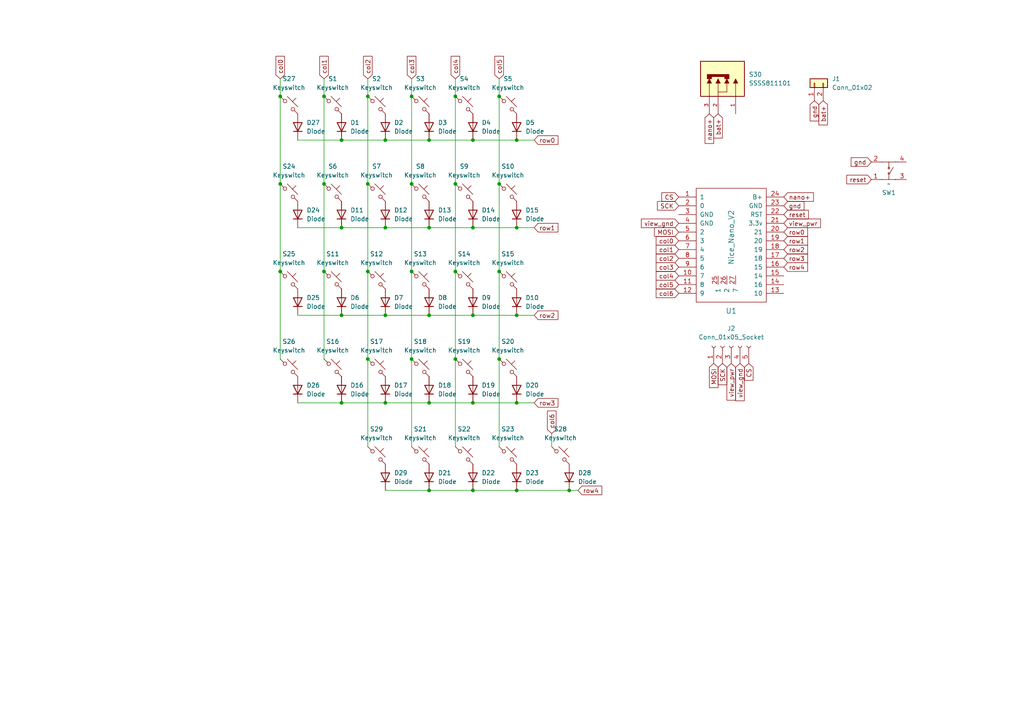
<source format=kicad_sch>
(kicad_sch (version 20231120) (generator "eeschema") (generator_version "8.0")
  (paper "A4")
  (lib_symbols
    (symbol "Connector:Conn_01x05_Socket" (pin_names (offset 1.016) hide)
      (property "Reference" "J" (at 0 7.62 0))
      (property "Value" "Conn_01x05_Socket" (at 0 -7.62 0))
      (symbol "Conn_01x05_Socket_1_1"
        (arc (start 0 -4.572) (mid -0.5058 -5.08) (end 0 -5.588) (stroke (width 0.1524)))
        (arc (start 0 -2.032) (mid -0.5058 -2.54) (end 0 -3.048) (stroke (width 0.1524)))
        (polyline (pts (xy -1.27 -5.08) (xy -0.508 -5.08)) (stroke (width 0.1524)))
        (polyline (pts (xy -1.27 -2.54) (xy -0.508 -2.54)) (stroke (width 0.1524)))
        (polyline (pts (xy -1.27 0) (xy -0.508 0)) (stroke (width 0.1524)))
        (polyline (pts (xy -1.27 2.54) (xy -0.508 2.54)) (stroke (width 0.1524)))
        (polyline (pts (xy -1.27 5.08) (xy -0.508 5.08)) (stroke (width 0.1524)))
        (arc (start 0 0.508) (mid -0.5058 0) (end 0 -0.508) (stroke (width 0.1524)))
        (arc (start 0 3.048) (mid -0.5058 2.54) (end 0 2.032) (stroke (width 0.1524)))
        (arc (start 0 5.588) (mid -0.5058 5.08) (end 0 4.572) (stroke (width 0.1524)))
        (pin passive line (at -5.08 5.08 0) (length 3.81) (name "Pin_1") (number "1"))
        (pin passive line (at -5.08 2.54 0) (length 3.81) (name "Pin_2") (number "2"))
        (pin passive line (at -5.08 0 0) (length 3.81) (name "Pin_3") (number "3"))
        (pin passive line (at -5.08 -2.54 0) (length 3.81) (name "Pin_4") (number "4"))
        (pin passive line (at -5.08 -5.08 0) (length 3.81) (name "Pin_5") (number "5"))
      )
    )
    (symbol "Connector_Generic:Conn_01x02" (pin_names (offset 1.016) hide)
      (property "Reference" "J" (at 0 2.54 0))
      (property "Value" "Conn_01x02" (at 0 -5.08 0))
      (symbol "Conn_01x02_1_1"
        (rectangle (start -1.27 -2.413) (end 0 -2.667) (stroke (width 0.1524)))
        (rectangle (start -1.27 0.127) (end 0 -0.127) (stroke (width 0.1524)))
        (rectangle (start -1.27 1.27) (end 1.27 -3.81) (stroke (width 0.254)) (fill (type background)))
        (pin passive line (at -5.08 0 0) (length 3.81) (name "Pin_1") (number "1"))
        (pin passive line (at -5.08 -2.54 0) (length 3.81) (name "Pin_2") (number "2"))
      )
    )
    (symbol "EVQPUC02K:EVQPUC02K"
      (property "Reference" "SW" (at 0 0 0))
      (symbol "EVQPUC02K_1_0"
        (circle (center 0 -0.762) (radius 0.254))
        (polyline (pts (xy -2.54 -2.54) (xy 2.54 -2.54)))
        (polyline (pts (xy -2.54 2.54) (xy 2.54 2.54)))
        (polyline (pts (xy -1.27 -1.016) (xy -0.254 0.762)))
        (polyline (pts (xy 0 -2.54) (xy 0 -1.524)))
        (polyline (pts (xy 0 -1.524) (xy 0 -0.762)))
        (polyline (pts (xy 0 2.54) (xy 0 0.762)))
        (circle (center 0 0.762) (radius 0.254))
        (pin input line (at 5.08 2.54 180) (length 2.54) (name "1") (number "1"))
        (pin input line (at 5.08 -2.54 180) (length 2.54) (name "2") (number "2"))
        (pin input line (at -5.08 2.54 0) (length 2.54) (name "3") (number "3"))
        (pin input line (at -5.08 -2.54 0) (length 2.54) (name "4") (number "4"))
      )
    )
    (symbol "SSSS811101:SSSS811101" (pin_names (offset 1.016))
      (property "Reference" "S" (at -5.08 5.715 0))
      (property "Value" "SSSS811101" (at -5.08 -10.16 0))
      (symbol "SSSS811101_0_0"
        (rectangle (start -5.08 -7.62) (end 5.08 5.08) (stroke (width 0.254)) (fill (type background)))
        (polyline (pts (xy 3.81 -2.54) (xy 1.27 -2.54)) (stroke (width 0.1524)))
        (polyline (pts (xy 3.81 0) (xy 1.27 0)) (stroke (width 0.1524)))
        (polyline (pts (xy 3.81 0) (xy 3.81 -2.54)) (stroke (width 0.1524)))
        (polyline (pts (xy 5.08 -5.08) (xy 1.27 -5.08)) (stroke (width 0.1524)))
        (polyline (pts (xy 5.08 -2.54) (xy 3.81 -2.54)) (stroke (width 0.1524)))
        (polyline (pts (xy 5.08 2.54) (xy 1.27 2.54)) (stroke (width 0.1524)))
        (polyline (pts (xy 1.27 -5.715) (xy 1.27 -4.445) (xy 0 -5.08) (xy 1.27 -5.715)) (stroke (width 0.1524)) (fill (type outline)))
        (polyline (pts (xy 1.27 -3.175) (xy 1.27 -1.905) (xy 0 -2.54) (xy 1.27 -3.175)) (stroke (width 0.1524)) (fill (type outline)))
        (polyline (pts (xy 1.27 -0.635) (xy 1.27 0.635) (xy 0 0) (xy 1.27 -0.635)) (stroke (width 0.1524)) (fill (type outline)))
        (polyline (pts (xy 1.27 1.905) (xy 1.27 3.175) (xy 0 2.54) (xy 1.27 1.905)) (stroke (width 0.1524)) (fill (type outline)))
        (polyline (pts (xy 0 -4.445) (xy 0 -5.715) (xy -1.27 -5.715) (xy -1.27 0.635) (xy 0 0.635) (xy 0 -0.635) (xy -0.635 -0.635) (xy -0.635 -4.445) (xy 0 -4.445)) (stroke (width 0.1524)) (fill (type outline)))
        (pin passive line (at 10.16 2.54 180) (length 5.08) (name "~") (number "1"))
        (pin passive line (at 10.16 -2.54 180) (length 5.08) (name "~") (number "2"))
        (pin passive line (at 10.16 -5.08 180) (length 5.08) (name "~") (number "3"))
      )
    )
    (symbol "ScottoKeebs:MCU_Nice_Nano_V2" (pin_names (offset 1.016))
      (property "Reference" "U" (at 0 0 0))
      (property "Value" "Nice_Nano_V2" (at 0 -19.05 0))
      (symbol "MCU_Nice_Nano_V2_0_1"
        (rectangle (start -10.16 16.51) (end 10.16 -16.51))
      )
      (symbol "MCU_Nice_Nano_V2_1_1"
        (pin input line (at -15.24 13.97 0) (length 5.08) (name "1") (number "1"))
        (pin input line (at -15.24 -8.89 0) (length 5.08) (name "7") (number "10"))
        (pin input line (at -15.24 -11.43 0) (length 5.08) (name "8") (number "11"))
        (pin input line (at -15.24 -13.97 0) (length 5.08) (name "9") (number "12"))
        (pin input line (at 15.24 -13.97 180) (length 5.08) (name "10") (number "13"))
        (pin input line (at 15.24 -11.43 180) (length 5.08) (name "16") (number "14"))
        (pin input line (at 15.24 -8.89 180) (length 5.08) (name "14") (number "15"))
        (pin input line (at 15.24 -6.35 180) (length 5.08) (name "15") (number "16"))
        (pin input line (at 15.24 -3.81 180) (length 5.08) (name "18") (number "17"))
        (pin input line (at 15.24 -1.27 180) (length 5.08) (name "19") (number "18"))
        (pin input line (at 15.24 1.27 180) (length 5.08) (name "20") (number "19"))
        (pin input line (at -15.24 11.43 0) (length 5.08) (name "0") (number "2"))
        (pin input line (at 15.24 3.81 180) (length 5.08) (name "21") (number "20"))
        (pin input line (at 15.24 6.35 180) (length 5.08) (name "3.3v") (number "21"))
        (pin input line (at 15.24 8.89 180) (length 5.08) (name "RST") (number "22"))
        (pin input line (at 15.24 11.43 180) (length 5.08) (name "GND") (number "23"))
        (pin input line (at 15.24 13.97 180) (length 5.08) (name "B+") (number "24"))
        (pin input line (at -3.81 -8.89 270) (length 2.5) (name "1") (number "25"))
        (pin input line (at -1.27 -8.89 270) (length 2.5) (name "2") (number "26"))
        (pin input line (at 1.27 -8.89 270) (length 2.5) (name "7") (number "27"))
        (pin input line (at -15.24 8.89 0) (length 5.08) (name "GND") (number "3"))
        (pin input line (at -15.24 6.35 0) (length 5.08) (name "GND") (number "4"))
        (pin input line (at -15.24 3.81 0) (length 5.08) (name "2") (number "5"))
        (pin input line (at -15.24 1.27 0) (length 5.08) (name "3") (number "6"))
        (pin input line (at -15.24 -1.27 0) (length 5.08) (name "4") (number "7"))
        (pin input line (at -15.24 -3.81 0) (length 5.08) (name "5") (number "8"))
        (pin input line (at -15.24 -6.35 0) (length 5.08) (name "6") (number "9"))
      )
    )
    (symbol "ScottoKeebs:Placeholder_Diode" (pin_numbers hide) (pin_names hide)
      (property "Reference" "D" (at 0 2.54 0))
      (property "Value" "Diode" (at 0 -2.54 0))
      (symbol "Placeholder_Diode_0_1"
        (polyline (pts (xy -1.27 1.27) (xy -1.27 -1.27)) (stroke (width 0.254)))
        (polyline (pts (xy 1.27 0) (xy -1.27 0)))
        (polyline (pts (xy 1.27 1.27) (xy 1.27 -1.27) (xy -1.27 0) (xy 1.27 1.27)) (stroke (width 0.254)))
      )
      (symbol "Placeholder_Diode_1_1"
        (pin passive line (at -3.81 0 0) (length 2.54) (name "K") (number "1"))
        (pin passive line (at 3.81 0 180) (length 2.54) (name "A") (number "2"))
      )
    )
    (symbol "ScottoKeebs:Placeholder_Keyswitch" (pin_numbers hide) (pin_names (offset 1.016) hide)
      (property "Reference" "S" (at 3.048 1.016 0))
      (property "Value" "Keyswitch" (at 0 -3.81 0))
      (symbol "Placeholder_Keyswitch_0_1"
        (circle (center -1.1684 1.1684) (radius 0.508))
        (polyline (pts (xy -0.508 2.54) (xy 2.54 -0.508)))
        (polyline (pts (xy 1.016 1.016) (xy 2.032 2.032)))
        (polyline (pts (xy -2.54 2.54) (xy -1.524 1.524) (xy -1.524 1.524)))
        (polyline (pts (xy 1.524 -1.524) (xy 2.54 -2.54) (xy 2.54 -2.54) (xy 2.54 -2.54)))
        (circle (center 1.143 -1.1938) (radius 0.508))
        (pin passive line (at -2.54 2.54 0) (length 0) (name "1") (number "1"))
        (pin passive line (at 2.54 -2.54 180) (length 0) (name "2") (number "2"))
      )
    )
  )
  (junction (at 93.98 27.94))
  (junction (at 124.46 142.24))
  (junction (at 106.68 104.14))
  (junction (at 132.08 27.94))
  (junction (at 124.46 91.44))
  (junction (at 99.06 116.84))
  (junction (at 119.38 53.34))
  (junction (at 149.86 116.84))
  (junction (at 81.28 53.34))
  (junction (at 124.46 40.64))
  (junction (at 111.76 66.04))
  (junction (at 144.78 53.34))
  (junction (at 132.08 104.14))
  (junction (at 106.68 27.94))
  (junction (at 165.1 142.24))
  (junction (at 124.46 66.04))
  (junction (at 149.86 66.04))
  (junction (at 137.16 116.84))
  (junction (at 137.16 40.64))
  (junction (at 132.08 78.74))
  (junction (at 132.08 53.34))
  (junction (at 111.76 91.44))
  (junction (at 124.46 116.84))
  (junction (at 149.86 142.24))
  (junction (at 119.38 104.14))
  (junction (at 99.06 66.04))
  (junction (at 137.16 91.44))
  (junction (at 137.16 142.24))
  (junction (at 144.78 27.94))
  (junction (at 119.38 27.94))
  (junction (at 111.76 40.64))
  (junction (at 119.38 78.74))
  (junction (at 81.28 78.74))
  (junction (at 106.68 53.34))
  (junction (at 111.76 116.84))
  (junction (at 99.06 91.44))
  (junction (at 93.98 78.74))
  (junction (at 93.98 53.34))
  (junction (at 149.86 40.64))
  (junction (at 144.78 78.74))
  (junction (at 99.06 40.64))
  (junction (at 106.68 78.74))
  (junction (at 149.86 91.44))
  (junction (at 81.28 27.94))
  (junction (at 137.16 66.04))
  (junction (at 144.78 104.14))
  (wire (pts (xy 106.68 53.34) (xy 106.68 78.74)))
  (wire (pts (xy 144.78 22.86) (xy 144.78 27.94)))
  (wire (pts (xy 106.68 78.74) (xy 106.68 104.14)))
  (wire (pts (xy 132.08 27.94) (xy 132.08 53.34)))
  (wire (pts (xy 124.46 142.24) (xy 137.16 142.24)))
  (wire (pts (xy 119.38 104.14) (xy 119.38 129.54)))
  (wire (pts (xy 111.76 66.04) (xy 124.46 66.04)))
  (wire (pts (xy 99.06 91.44) (xy 111.76 91.44)))
  (wire (pts (xy 149.86 66.04) (xy 154.94 66.04)))
  (wire (pts (xy 132.08 22.86) (xy 132.08 27.94)))
  (wire (pts (xy 124.46 66.04) (xy 137.16 66.04)))
  (wire (pts (xy 132.08 53.34) (xy 132.08 78.74)))
  (wire (pts (xy 132.08 78.74) (xy 132.08 104.14)))
  (wire (pts (xy 111.76 91.44) (xy 124.46 91.44)))
  (wire (pts (xy 93.98 53.34) (xy 93.98 78.74)))
  (wire (pts (xy 86.36 116.84) (xy 99.06 116.84)))
  (wire (pts (xy 144.78 78.74) (xy 144.78 104.14)))
  (wire (pts (xy 106.68 27.94) (xy 106.68 53.34)))
  (wire (pts (xy 81.28 22.86) (xy 81.28 27.94)))
  (wire (pts (xy 106.68 22.86) (xy 106.68 27.94)))
  (wire (pts (xy 165.1 142.24) (xy 167.64 142.24)))
  (wire (pts (xy 149.86 116.84) (xy 154.94 116.84)))
  (wire (pts (xy 86.36 40.64) (xy 99.06 40.64)))
  (wire (pts (xy 124.46 116.84) (xy 137.16 116.84)))
  (wire (pts (xy 119.38 53.34) (xy 119.38 78.74)))
  (wire (pts (xy 124.46 91.44) (xy 137.16 91.44)))
  (wire (pts (xy 106.68 104.14) (xy 106.68 129.54)))
  (wire (pts (xy 111.76 142.24) (xy 124.46 142.24)))
  (wire (pts (xy 81.28 78.74) (xy 81.28 104.14)))
  (wire (pts (xy 149.86 91.44) (xy 154.94 91.44)))
  (wire (pts (xy 137.16 116.84) (xy 149.86 116.84)))
  (wire (pts (xy 93.98 78.74) (xy 93.98 104.14)))
  (wire (pts (xy 144.78 53.34) (xy 144.78 78.74)))
  (wire (pts (xy 99.06 116.84) (xy 111.76 116.84)))
  (wire (pts (xy 149.86 142.24) (xy 165.1 142.24)))
  (wire (pts (xy 144.78 104.14) (xy 144.78 129.54)))
  (wire (pts (xy 119.38 22.86) (xy 119.38 27.94)))
  (wire (pts (xy 137.16 91.44) (xy 149.86 91.44)))
  (wire (pts (xy 99.06 66.04) (xy 111.76 66.04)))
  (wire (pts (xy 93.98 27.94) (xy 93.98 53.34)))
  (wire (pts (xy 160.02 125.73) (xy 160.02 129.54)))
  (wire (pts (xy 124.46 40.64) (xy 137.16 40.64)))
  (wire (pts (xy 119.38 78.74) (xy 119.38 104.14)))
  (wire (pts (xy 93.98 22.86) (xy 93.98 27.94)))
  (wire (pts (xy 119.38 27.94) (xy 119.38 53.34)))
  (wire (pts (xy 149.86 40.64) (xy 154.94 40.64)))
  (wire (pts (xy 99.06 40.64) (xy 111.76 40.64)))
  (wire (pts (xy 86.36 66.04) (xy 99.06 66.04)))
  (wire (pts (xy 81.28 27.94) (xy 81.28 53.34)))
  (wire (pts (xy 137.16 40.64) (xy 149.86 40.64)))
  (wire (pts (xy 144.78 27.94) (xy 144.78 53.34)))
  (wire (pts (xy 111.76 116.84) (xy 124.46 116.84)))
  (wire (pts (xy 137.16 66.04) (xy 149.86 66.04)))
  (wire (pts (xy 137.16 142.24) (xy 149.86 142.24)))
  (wire (pts (xy 81.28 53.34) (xy 81.28 78.74)))
  (wire (pts (xy 86.36 91.44) (xy 99.06 91.44)))
  (wire (pts (xy 132.08 104.14) (xy 132.08 129.54)))
  (wire (pts (xy 111.76 40.64) (xy 124.46 40.64)))
  (global_label "gnd" (shape input) (at 252.73 46.99 180) (property "Intersheetrefs" "${INTERSHEET_REFS}" (effects (hide yes))))
  (global_label "row0" (shape input) (at 154.94 40.64 0) (property "Intersheetrefs" "${INTERSHEET_REFS}" (effects (hide yes))))
  (global_label "row3" (shape input) (at 154.94 116.84 0) (property "Intersheetrefs" "${INTERSHEET_REFS}" (effects (hide yes))))
  (global_label "nano+" (shape input) (at 227.33 57.15 0) (property "Intersheetrefs" "${INTERSHEET_REFS}" (effects (hide yes))))
  (global_label "gnd" (shape input) (at 236.22 29.21 270) (property "Intersheetrefs" "${INTERSHEET_REFS}" (effects (hide yes))))
  (global_label "row4" (shape input) (at 167.64 142.24 0) (property "Intersheetrefs" "${INTERSHEET_REFS}" (effects (hide yes))))
  (global_label "col6" (shape input) (at 196.85 85.09 180) (property "Intersheetrefs" "${INTERSHEET_REFS}" (effects (hide yes))))
  (global_label "CS" (shape input) (at 196.85 57.15 180) (property "Intersheetrefs" "${INTERSHEET_REFS}" (effects (hide yes))))
  (global_label "col4" (shape input) (at 132.08 22.86 90) (property "Intersheetrefs" "${INTERSHEET_REFS}" (effects (hide yes))))
  (global_label "view_gnd" (shape input) (at 196.85 64.77 180) (property "Intersheetrefs" "${INTERSHEET_REFS}" (effects (hide yes))))
  (global_label "col5" (shape input) (at 196.85 82.55 180) (property "Intersheetrefs" "${INTERSHEET_REFS}" (effects (hide yes))))
  (global_label "row1" (shape input) (at 154.94 66.04 0) (property "Intersheetrefs" "${INTERSHEET_REFS}" (effects (hide yes))))
  (global_label "col3" (shape input) (at 119.38 22.86 90) (property "Intersheetrefs" "${INTERSHEET_REFS}" (effects (hide yes))))
  (global_label "row3" (shape input) (at 227.33 74.93 0) (property "Intersheetrefs" "${INTERSHEET_REFS}" (effects (hide yes))))
  (global_label "col6" (shape input) (at 160.02 125.73 90) (property "Intersheetrefs" "${INTERSHEET_REFS}" (effects (hide yes))))
  (global_label "view_gnd" (shape input) (at 214.63 105.41 270) (property "Intersheetrefs" "${INTERSHEET_REFS}" (effects (hide yes))))
  (global_label "col1" (shape input) (at 196.85 72.39 180) (property "Intersheetrefs" "${INTERSHEET_REFS}" (effects (hide yes))))
  (global_label "view_pwr" (shape input) (at 212.09 105.41 270) (property "Intersheetrefs" "${INTERSHEET_REFS}" (effects (hide yes))))
  (global_label "row2" (shape input) (at 154.94 91.44 0) (property "Intersheetrefs" "${INTERSHEET_REFS}" (effects (hide yes))))
  (global_label "SCK" (shape input) (at 209.55 105.41 270) (property "Intersheetrefs" "${INTERSHEET_REFS}" (effects (hide yes))))
  (global_label "CS" (shape input) (at 217.17 105.41 270) (property "Intersheetrefs" "${INTERSHEET_REFS}" (effects (hide yes))))
  (global_label "col2" (shape input) (at 106.68 22.86 90) (property "Intersheetrefs" "${INTERSHEET_REFS}" (effects (hide yes))))
  (global_label "SCK" (shape input) (at 196.85 59.69 180) (property "Intersheetrefs" "${INTERSHEET_REFS}" (effects (hide yes))))
  (global_label "row1" (shape input) (at 227.33 69.85 0) (property "Intersheetrefs" "${INTERSHEET_REFS}" (effects (hide yes))))
  (global_label "bat+" (shape input) (at 238.76 29.21 270) (property "Intersheetrefs" "${INTERSHEET_REFS}" (effects (hide yes))))
  (global_label "MOSI" (shape input) (at 196.85 67.31 180) (property "Intersheetrefs" "${INTERSHEET_REFS}" (effects (hide yes))))
  (global_label "bat+" (shape input) (at 208.28 33.02 270) (property "Intersheetrefs" "${INTERSHEET_REFS}" (effects (hide yes))))
  (global_label "row0" (shape input) (at 227.33 67.31 0) (property "Intersheetrefs" "${INTERSHEET_REFS}" (effects (hide yes))))
  (global_label "col2" (shape input) (at 196.85 74.93 180) (property "Intersheetrefs" "${INTERSHEET_REFS}" (effects (hide yes))))
  (global_label "row4" (shape input) (at 227.33 77.47 0) (property "Intersheetrefs" "${INTERSHEET_REFS}" (effects (hide yes))))
  (global_label "col4" (shape input) (at 196.85 80.01 180) (property "Intersheetrefs" "${INTERSHEET_REFS}" (effects (hide yes))))
  (global_label "view_pwr" (shape input) (at 227.33 64.77 0) (property "Intersheetrefs" "${INTERSHEET_REFS}" (effects (hide yes))))
  (global_label "MOSI" (shape input) (at 207.01 105.41 270) (property "Intersheetrefs" "${INTERSHEET_REFS}" (effects (hide yes))))
  (global_label "col1" (shape input) (at 93.98 22.86 90) (property "Intersheetrefs" "${INTERSHEET_REFS}" (effects (hide yes))))
  (global_label "gnd" (shape input) (at 227.33 59.69 0) (property "Intersheetrefs" "${INTERSHEET_REFS}" (effects (hide yes))))
  (global_label "col3" (shape input) (at 196.85 77.47 180) (property "Intersheetrefs" "${INTERSHEET_REFS}" (effects (hide yes))))
  (global_label "reset" (shape input) (at 252.73 52.07 180) (property "Intersheetrefs" "${INTERSHEET_REFS}" (effects (hide yes))))
  (global_label "col0" (shape input) (at 196.85 69.85 180) (property "Intersheetrefs" "${INTERSHEET_REFS}" (effects (hide yes))))
  (global_label "col5" (shape input) (at 144.78 22.86 90) (property "Intersheetrefs" "${INTERSHEET_REFS}" (effects (hide yes))))
  (global_label "row2" (shape input) (at 227.33 72.39 0) (property "Intersheetrefs" "${INTERSHEET_REFS}" (effects (hide yes))))
  (global_label "reset" (shape input) (at 227.33 62.23 0) (property "Intersheetrefs" "${INTERSHEET_REFS}" (effects (hide yes))))
  (global_label "nano+" (shape input) (at 205.74 33.02 270) (property "Intersheetrefs" "${INTERSHEET_REFS}" (effects (hide yes))))
  (global_label "col0" (shape input) (at 81.28 22.86 90) (property "Intersheetrefs" "${INTERSHEET_REFS}" (effects (hide yes))))
  (symbol (lib_id "ScottoKeebs:Placeholder_Diode") (at 137.16 62.23 90) (unit 1)
    (property "Reference" "D14" (at 139.7 60.9599 90) (effects (justify right)))
    (property "Value" "Diode" (at 139.7 63.4999 90) (effects (justify right)))
    (property "Footprint" "ScottoKeebs_Components:Diode_SOD-123" (effects (hide yes)))
    (property "Description" "1N4148 (DO-35) or 1N4148W (SOD-123)" (effects (hide yes)))
    (property "Sim.Device" "D" (effects (hide yes)))
    (property "Sim.Pins" "1=K 2=A" (effects (hide yes)))
  )
  (symbol (lib_id "ScottoKeebs:Placeholder_Keyswitch") (at 121.92 132.08 0) (unit 1)
    (property "Reference" "S21" (at 121.92 124.46 0))
    (property "Value" "Keyswitch" (at 121.92 127 0))
    (property "Footprint" "ScottoKeebs_Choc:Choc_V1_1.00u" (effects (hide yes)))
    (property "Description" "Push button switch, normally open, two pins, 45° tilted" (effects (hide yes)))
  )
  (symbol (lib_id "ScottoKeebs:Placeholder_Diode") (at 111.76 87.63 90) (unit 1)
    (property "Reference" "D7" (at 114.3 86.3599 90) (effects (justify right)))
    (property "Value" "Diode" (at 114.3 88.8999 90) (effects (justify right)))
    (property "Footprint" "ScottoKeebs_Components:Diode_SOD-123" (effects (hide yes)))
    (property "Description" "1N4148 (DO-35) or 1N4148W (SOD-123)" (effects (hide yes)))
    (property "Sim.Device" "D" (effects (hide yes)))
    (property "Sim.Pins" "1=K 2=A" (effects (hide yes)))
  )
  (symbol (lib_id "ScottoKeebs:Placeholder_Keyswitch") (at 134.62 30.48 0) (unit 1)
    (property "Reference" "S4" (at 134.62 22.86 0))
    (property "Value" "Keyswitch" (at 134.62 25.4 0))
    (property "Footprint" "ScottoKeebs_Choc:Choc_V1_1.00u" (effects (hide yes)))
    (property "Description" "Push button switch, normally open, two pins, 45° tilted" (effects (hide yes)))
  )
  (symbol (lib_id "Connector:Conn_01x05_Socket") (at 212.09 100.33 90) (unit 1)
    (property "Reference" "J2" (at 212.09 95.25 90))
    (property "Value" "Conn_01x05_Socket" (at 212.09 97.79 90))
    (property "Footprint" "Nice!View_THT:Nice!View" (effects (hide yes)))
    (property "Description" "Generic connector, single row, 01x05, script generated" (effects (hide yes)))
  )
  (symbol (lib_id "ScottoKeebs:Placeholder_Diode") (at 149.86 87.63 90) (unit 1)
    (property "Reference" "D10" (at 152.4 86.3599 90) (effects (justify right)))
    (property "Value" "Diode" (at 152.4 88.8999 90) (effects (justify right)))
    (property "Footprint" "ScottoKeebs_Components:Diode_SOD-123" (effects (hide yes)))
    (property "Description" "1N4148 (DO-35) or 1N4148W (SOD-123)" (effects (hide yes)))
    (property "Sim.Device" "D" (effects (hide yes)))
    (property "Sim.Pins" "1=K 2=A" (effects (hide yes)))
  )
  (symbol (lib_id "ScottoKeebs:Placeholder_Keyswitch") (at 83.82 30.48 0) (unit 1)
    (property "Reference" "S27" (at 83.82 22.86 0))
    (property "Value" "Keyswitch" (at 83.82 25.4 0))
    (property "Footprint" "ScottoKeebs_Choc:Choc_V1_1.00u" (effects (hide yes)))
    (property "Description" "Push button switch, normally open, two pins, 45° tilted" (effects (hide yes)))
  )
  (symbol (lib_id "ScottoKeebs:Placeholder_Keyswitch") (at 96.52 81.28 0) (unit 1)
    (property "Reference" "S11" (at 96.52 73.66 0))
    (property "Value" "Keyswitch" (at 96.52 76.2 0))
    (property "Footprint" "ScottoKeebs_Choc:Choc_V1_1.00u" (effects (hide yes)))
    (property "Description" "Push button switch, normally open, two pins, 45° tilted" (effects (hide yes)))
  )
  (symbol (lib_id "ScottoKeebs:Placeholder_Diode") (at 124.46 138.43 90) (unit 1)
    (property "Reference" "D21" (at 127 137.1599 90) (effects (justify right)))
    (property "Value" "Diode" (at 127 139.6999 90) (effects (justify right)))
    (property "Footprint" "ScottoKeebs_Components:Diode_SOD-123" (effects (hide yes)))
    (property "Description" "1N4148 (DO-35) or 1N4148W (SOD-123)" (effects (hide yes)))
    (property "Sim.Device" "D" (effects (hide yes)))
    (property "Sim.Pins" "1=K 2=A" (effects (hide yes)))
  )
  (symbol (lib_id "ScottoKeebs:Placeholder_Keyswitch") (at 96.52 106.68 0) (unit 1)
    (property "Reference" "S16" (at 96.52 99.06 0))
    (property "Value" "Keyswitch" (at 96.52 101.6 0))
    (property "Footprint" "ScottoKeebs_Choc:Choc_V1_1.00u" (effects (hide yes)))
    (property "Description" "Push button switch, normally open, two pins, 45° tilted" (effects (hide yes)))
  )
  (symbol (lib_id "SSSS811101:SSSS811101") (at 210.82 22.86 270) (unit 1)
    (property "Reference" "S30" (at 217.17 21.5899 90) (effects (justify left)))
    (property "Value" "SSSS811101" (at 217.17 24.1299 90) (effects (justify left)))
    (property "Footprint" "SSSS811101:SW_SSSS811101" (effects (hide yes)))
    (property "MF" "ALPS" (effects (hide yes)))
    (property "MAXIMUM_PACKAGE_HEIGHT" "1.60 mm" (effects (hide yes)))
    (property "Package" "None" (effects (hide yes)))
    (property "Price" "None" (effects (hide yes)))
    (property "Check_prices" "https://www.snapeda.com/parts/SSSS811101/ALPS/view-part/?ref=eda" (effects (hide yes)))
    (property "STANDARD" "Manufacturer Recommendations" (effects (hide yes)))
    (property "PARTREV" "N/A" (effects (hide yes)))
    (property "SnapEDA_Link" "https://www.snapeda.com/parts/SSSS811101/ALPS/view-part/?ref=snap" (effects (hide yes)))
    (property "MP" "SSSS811101" (effects (hide yes)))
    (property "Purchase-URL" "https://www.snapeda.com/api/url_track_click_mouser/?unipart_id=430970&manufacturer=ALPS&part_name=SSSS811101&search_term=None" (effects (hide yes)))
    (property "Description_1" "\n                        \n                            Switch Slide SP Side Slide 0.3A 5VDC 10000Cycles Gull Wing SMD T/R\n                        \n" (effects (hide yes)))
    (property "Availability" "In Stock" (effects (hide yes)))
    (property "MANUFACTURER" "ALPS" (effects (hide yes)))
  )
  (symbol (lib_id "ScottoKeebs:Placeholder_Diode") (at 111.76 36.83 90) (unit 1)
    (property "Reference" "D2" (at 114.3 35.5599 90) (effects (justify right)))
    (property "Value" "Diode" (at 114.3 38.0999 90) (effects (justify right)))
    (property "Footprint" "ScottoKeebs_Components:Diode_SOD-123" (effects (hide yes)))
    (property "Description" "1N4148 (DO-35) or 1N4148W (SOD-123)" (effects (hide yes)))
    (property "Sim.Device" "D" (effects (hide yes)))
    (property "Sim.Pins" "1=K 2=A" (effects (hide yes)))
  )
  (symbol (lib_id "ScottoKeebs:Placeholder_Diode") (at 86.36 113.03 90) (unit 1)
    (property "Reference" "D26" (at 88.9 111.7599 90) (effects (justify right)))
    (property "Value" "Diode" (at 88.9 114.2999 90) (effects (justify right)))
    (property "Footprint" "ScottoKeebs_Components:Diode_SOD-123" (effects (hide yes)))
    (property "Description" "1N4148 (DO-35) or 1N4148W (SOD-123)" (effects (hide yes)))
    (property "Sim.Device" "D" (effects (hide yes)))
    (property "Sim.Pins" "1=K 2=A" (effects (hide yes)))
  )
  (symbol (lib_id "ScottoKeebs:Placeholder_Keyswitch") (at 147.32 106.68 0) (unit 1)
    (property "Reference" "S20" (at 147.32 99.06 0))
    (property "Value" "Keyswitch" (at 147.32 101.6 0))
    (property "Footprint" "ScottoKeebs_Choc:Choc_V1_1.00u" (effects (hide yes)))
    (property "Description" "Push button switch, normally open, two pins, 45° tilted" (effects (hide yes)))
  )
  (symbol (lib_id "ScottoKeebs:Placeholder_Diode") (at 99.06 62.23 90) (unit 1)
    (property "Reference" "D11" (at 101.6 60.9599 90) (effects (justify right)))
    (property "Value" "Diode" (at 101.6 63.4999 90) (effects (justify right)))
    (property "Footprint" "ScottoKeebs_Components:Diode_SOD-123" (effects (hide yes)))
    (property "Description" "1N4148 (DO-35) or 1N4148W (SOD-123)" (effects (hide yes)))
    (property "Sim.Device" "D" (effects (hide yes)))
    (property "Sim.Pins" "1=K 2=A" (effects (hide yes)))
  )
  (symbol (lib_id "ScottoKeebs:Placeholder_Diode") (at 149.86 113.03 90) (unit 1)
    (property "Reference" "D20" (at 152.4 111.7599 90) (effects (justify right)))
    (property "Value" "Diode" (at 152.4 114.2999 90) (effects (justify right)))
    (property "Footprint" "ScottoKeebs_Components:Diode_SOD-123" (effects (hide yes)))
    (property "Description" "1N4148 (DO-35) or 1N4148W (SOD-123)" (effects (hide yes)))
    (property "Sim.Device" "D" (effects (hide yes)))
    (property "Sim.Pins" "1=K 2=A" (effects (hide yes)))
  )
  (symbol (lib_id "ScottoKeebs:Placeholder_Keyswitch") (at 109.22 106.68 0) (unit 1)
    (property "Reference" "S17" (at 109.22 99.06 0))
    (property "Value" "Keyswitch" (at 109.22 101.6 0))
    (property "Footprint" "ScottoKeebs_Choc:Choc_V1_1.00u" (effects (hide yes)))
    (property "Description" "Push button switch, normally open, two pins, 45° tilted" (effects (hide yes)))
  )
  (symbol (lib_id "Connector_Generic:Conn_01x02") (at 236.22 24.13 90) (unit 1)
    (property "Reference" "J1" (at 241.3 22.8599 90) (effects (justify right)))
    (property "Value" "Conn_01x02" (at 241.3 25.3999 90) (effects (justify right)))
    (property "Footprint" "Connector_JST:JST_PH_S2B-PH-K_1x02_P2.00mm_Horizontal" (effects (hide yes)))
    (property "Description" "Generic connector, single row, 01x02, script generated (kicad-library-utils/schlib/autogen/connector/)" (effects (hide yes)))
  )
  (symbol (lib_id "ScottoKeebs:Placeholder_Keyswitch") (at 96.52 55.88 0) (unit 1)
    (property "Reference" "S6" (at 96.52 48.26 0))
    (property "Value" "Keyswitch" (at 96.52 50.8 0))
    (property "Footprint" "ScottoKeebs_Choc:Choc_V1_1.00u" (effects (hide yes)))
    (property "Description" "Push button switch, normally open, two pins, 45° tilted" (effects (hide yes)))
  )
  (symbol (lib_id "ScottoKeebs:Placeholder_Diode") (at 99.06 87.63 90) (unit 1)
    (property "Reference" "D6" (at 101.6 86.3599 90) (effects (justify right)))
    (property "Value" "Diode" (at 101.6 88.8999 90) (effects (justify right)))
    (property "Footprint" "ScottoKeebs_Components:Diode_SOD-123" (effects (hide yes)))
    (property "Description" "1N4148 (DO-35) or 1N4148W (SOD-123)" (effects (hide yes)))
    (property "Sim.Device" "D" (effects (hide yes)))
    (property "Sim.Pins" "1=K 2=A" (effects (hide yes)))
  )
  (symbol (lib_id "ScottoKeebs:Placeholder_Diode") (at 149.86 138.43 90) (unit 1)
    (property "Reference" "D23" (at 152.4 137.1599 90) (effects (justify right)))
    (property "Value" "Diode" (at 152.4 139.6999 90) (effects (justify right)))
    (property "Footprint" "ScottoKeebs_Components:Diode_SOD-123" (effects (hide yes)))
    (property "Description" "1N4148 (DO-35) or 1N4148W (SOD-123)" (effects (hide yes)))
    (property "Sim.Device" "D" (effects (hide yes)))
    (property "Sim.Pins" "1=K 2=A" (effects (hide yes)))
  )
  (symbol (lib_id "ScottoKeebs:Placeholder_Keyswitch") (at 147.32 132.08 0) (unit 1)
    (property "Reference" "S23" (at 147.32 124.46 0))
    (property "Value" "Keyswitch" (at 147.32 127 0))
    (property "Footprint" "ScottoKeebs_Choc:Choc_V1_1.00u" (effects (hide yes)))
    (property "Description" "Push button switch, normally open, two pins, 45° tilted" (effects (hide yes)))
  )
  (symbol (lib_id "ScottoKeebs:Placeholder_Keyswitch") (at 147.32 30.48 0) (unit 1)
    (property "Reference" "S5" (at 147.32 22.86 0))
    (property "Value" "Keyswitch" (at 147.32 25.4 0))
    (property "Footprint" "ScottoKeebs_Choc:Choc_V1_1.00u" (effects (hide yes)))
    (property "Description" "Push button switch, normally open, two pins, 45° tilted" (effects (hide yes)))
  )
  (symbol (lib_id "ScottoKeebs:Placeholder_Keyswitch") (at 147.32 55.88 0) (unit 1)
    (property "Reference" "S10" (at 147.32 48.26 0))
    (property "Value" "Keyswitch" (at 147.32 50.8 0))
    (property "Footprint" "ScottoKeebs_Choc:Choc_V1_1.00u" (effects (hide yes)))
    (property "Description" "Push button switch, normally open, two pins, 45° tilted" (effects (hide yes)))
  )
  (symbol (lib_id "ScottoKeebs:Placeholder_Keyswitch") (at 134.62 55.88 0) (unit 1)
    (property "Reference" "S9" (at 134.62 48.26 0))
    (property "Value" "Keyswitch" (at 134.62 50.8 0))
    (property "Footprint" "ScottoKeebs_Choc:Choc_V1_1.00u" (effects (hide yes)))
    (property "Description" "Push button switch, normally open, two pins, 45° tilted" (effects (hide yes)))
  )
  (symbol (lib_id "ScottoKeebs:Placeholder_Diode") (at 149.86 62.23 90) (unit 1)
    (property "Reference" "D15" (at 152.4 60.9599 90) (effects (justify right)))
    (property "Value" "Diode" (at 152.4 63.4999 90) (effects (justify right)))
    (property "Footprint" "ScottoKeebs_Components:Diode_SOD-123" (effects (hide yes)))
    (property "Description" "1N4148 (DO-35) or 1N4148W (SOD-123)" (effects (hide yes)))
    (property "Sim.Device" "D" (effects (hide yes)))
    (property "Sim.Pins" "1=K 2=A" (effects (hide yes)))
  )
  (symbol (lib_id "ScottoKeebs:Placeholder_Diode") (at 124.46 87.63 90) (unit 1)
    (property "Reference" "D8" (at 127 86.3599 90) (effects (justify right)))
    (property "Value" "Diode" (at 127 88.8999 90) (effects (justify right)))
    (property "Footprint" "ScottoKeebs_Components:Diode_SOD-123" (effects (hide yes)))
    (property "Description" "1N4148 (DO-35) or 1N4148W (SOD-123)" (effects (hide yes)))
    (property "Sim.Device" "D" (effects (hide yes)))
    (property "Sim.Pins" "1=K 2=A" (effects (hide yes)))
  )
  (symbol (lib_id "ScottoKeebs:Placeholder_Keyswitch") (at 83.82 81.28 0) (unit 1)
    (property "Reference" "S25" (at 83.82 73.66 0))
    (property "Value" "Keyswitch" (at 83.82 76.2 0))
    (property "Footprint" "ScottoKeebs_Choc:Choc_V1_1.00u" (effects (hide yes)))
    (property "Description" "Push button switch, normally open, two pins, 45° tilted" (effects (hide yes)))
  )
  (symbol (lib_id "ScottoKeebs:Placeholder_Diode") (at 137.16 87.63 90) (unit 1)
    (property "Reference" "D9" (at 139.7 86.3599 90) (effects (justify right)))
    (property "Value" "Diode" (at 139.7 88.8999 90) (effects (justify right)))
    (property "Footprint" "ScottoKeebs_Components:Diode_SOD-123" (effects (hide yes)))
    (property "Description" "1N4148 (DO-35) or 1N4148W (SOD-123)" (effects (hide yes)))
    (property "Sim.Device" "D" (effects (hide yes)))
    (property "Sim.Pins" "1=K 2=A" (effects (hide yes)))
  )
  (symbol (lib_id "ScottoKeebs:Placeholder_Keyswitch") (at 109.22 132.08 0) (unit 1)
    (property "Reference" "S29" (at 109.22 124.46 0))
    (property "Value" "Keyswitch" (at 109.22 127 0))
    (property "Footprint" "ScottoKeebs_Choc:Choc_V1_1.00u" (effects (hide yes)))
    (property "Description" "Push button switch, normally open, two pins, 45° tilted" (effects (hide yes)))
  )
  (symbol (lib_id "ScottoKeebs:Placeholder_Keyswitch") (at 121.92 30.48 0) (unit 1)
    (property "Reference" "S3" (at 121.92 22.86 0))
    (property "Value" "Keyswitch" (at 121.92 25.4 0))
    (property "Footprint" "ScottoKeebs_Choc:Choc_V1_1.00u" (effects (hide yes)))
    (property "Description" "Push button switch, normally open, two pins, 45° tilted" (effects (hide yes)))
  )
  (symbol (lib_id "ScottoKeebs:Placeholder_Diode") (at 111.76 62.23 90) (unit 1)
    (property "Reference" "D12" (at 114.3 60.9599 90) (effects (justify right)))
    (property "Value" "Diode" (at 114.3 63.4999 90) (effects (justify right)))
    (property "Footprint" "ScottoKeebs_Components:Diode_SOD-123" (effects (hide yes)))
    (property "Description" "1N4148 (DO-35) or 1N4148W (SOD-123)" (effects (hide yes)))
    (property "Sim.Device" "D" (effects (hide yes)))
    (property "Sim.Pins" "1=K 2=A" (effects (hide yes)))
  )
  (symbol (lib_id "ScottoKeebs:Placeholder_Diode") (at 99.06 113.03 90) (unit 1)
    (property "Reference" "D16" (at 101.6 111.7599 90) (effects (justify right)))
    (property "Value" "Diode" (at 101.6 114.2999 90) (effects (justify right)))
    (property "Footprint" "ScottoKeebs_Components:Diode_SOD-123" (effects (hide yes)))
    (property "Description" "1N4148 (DO-35) or 1N4148W (SOD-123)" (effects (hide yes)))
    (property "Sim.Device" "D" (effects (hide yes)))
    (property "Sim.Pins" "1=K 2=A" (effects (hide yes)))
  )
  (symbol (lib_id "ScottoKeebs:MCU_Nice_Nano_V2") (at 212.09 71.12 0) (unit 1)
    (property "Reference" "U1" (at 212.09 90.17 0) (effects (font (size 1.524 1.524))))
    (property "Value" "Nice_Nano_V2" (at 212.09 68.834 90) (effects (font (size 1.524 1.524))))
    (property "Footprint" "ScottoKeebs_MCU:Nice_Nano_V2" (effects (hide yes)))
  )
  (symbol (lib_id "ScottoKeebs:Placeholder_Keyswitch") (at 109.22 55.88 0) (unit 1)
    (property "Reference" "S7" (at 109.22 48.26 0))
    (property "Value" "Keyswitch" (at 109.22 50.8 0))
    (property "Footprint" "ScottoKeebs_Choc:Choc_V1_1.00u" (effects (hide yes)))
    (property "Description" "Push button switch, normally open, two pins, 45° tilted" (effects (hide yes)))
  )
  (symbol (lib_id "ScottoKeebs:Placeholder_Keyswitch") (at 121.92 81.28 0) (unit 1)
    (property "Reference" "S13" (at 121.92 73.66 0))
    (property "Value" "Keyswitch" (at 121.92 76.2 0))
    (property "Footprint" "ScottoKeebs_Choc:Choc_V1_1.00u" (effects (hide yes)))
    (property "Description" "Push button switch, normally open, two pins, 45° tilted" (effects (hide yes)))
  )
  (symbol (lib_id "ScottoKeebs:Placeholder_Diode") (at 86.36 62.23 90) (unit 1)
    (property "Reference" "D24" (at 88.9 60.9599 90) (effects (justify right)))
    (property "Value" "Diode" (at 88.9 63.4999 90) (effects (justify right)))
    (property "Footprint" "ScottoKeebs_Components:Diode_SOD-123" (effects (hide yes)))
    (property "Description" "1N4148 (DO-35) or 1N4148W (SOD-123)" (effects (hide yes)))
    (property "Sim.Device" "D" (effects (hide yes)))
    (property "Sim.Pins" "1=K 2=A" (effects (hide yes)))
  )
  (symbol (lib_id "ScottoKeebs:Placeholder_Keyswitch") (at 134.62 81.28 0) (unit 1)
    (property "Reference" "S14" (at 134.62 73.66 0))
    (property "Value" "Keyswitch" (at 134.62 76.2 0))
    (property "Footprint" "ScottoKeebs_Choc:Choc_V1_1.00u" (effects (hide yes)))
    (property "Description" "Push button switch, normally open, two pins, 45° tilted" (effects (hide yes)))
  )
  (symbol (lib_id "ScottoKeebs:Placeholder_Diode") (at 137.16 36.83 90) (unit 1)
    (property "Reference" "D4" (at 139.7 35.5599 90) (effects (justify right)))
    (property "Value" "Diode" (at 139.7 38.0999 90) (effects (justify right)))
    (property "Footprint" "ScottoKeebs_Components:Diode_SOD-123" (effects (hide yes)))
    (property "Description" "1N4148 (DO-35) or 1N4148W (SOD-123)" (effects (hide yes)))
    (property "Sim.Device" "D" (effects (hide yes)))
    (property "Sim.Pins" "1=K 2=A" (effects (hide yes)))
  )
  (symbol (lib_id "ScottoKeebs:Placeholder_Keyswitch") (at 109.22 30.48 0) (unit 1)
    (property "Reference" "S2" (at 109.22 22.86 0))
    (property "Value" "Keyswitch" (at 109.22 25.4 0))
    (property "Footprint" "ScottoKeebs_Choc:Choc_V1_1.00u" (effects (hide yes)))
    (property "Description" "Push button switch, normally open, two pins, 45° tilted" (effects (hide yes)))
  )
  (symbol (lib_id "ScottoKeebs:Placeholder_Diode") (at 165.1 138.43 90) (unit 1)
    (property "Reference" "D28" (at 167.64 137.1599 90) (effects (justify right)))
    (property "Value" "Diode" (at 167.64 139.6999 90) (effects (justify right)))
    (property "Footprint" "ScottoKeebs_Components:Diode_SOD-123" (effects (hide yes)))
    (property "Description" "1N4148 (DO-35) or 1N4148W (SOD-123)" (effects (hide yes)))
    (property "Sim.Device" "D" (effects (hide yes)))
    (property "Sim.Pins" "1=K 2=A" (effects (hide yes)))
  )
  (symbol (lib_id "ScottoKeebs:Placeholder_Diode") (at 111.76 113.03 90) (unit 1)
    (property "Reference" "D17" (at 114.3 111.7599 90) (effects (justify right)))
    (property "Value" "Diode" (at 114.3 114.2999 90) (effects (justify right)))
    (property "Footprint" "ScottoKeebs_Components:Diode_SOD-123" (effects (hide yes)))
    (property "Description" "1N4148 (DO-35) or 1N4148W (SOD-123)" (effects (hide yes)))
    (property "Sim.Device" "D" (effects (hide yes)))
    (property "Sim.Pins" "1=K 2=A" (effects (hide yes)))
  )
  (symbol (lib_id "ScottoKeebs:Placeholder_Diode") (at 111.76 138.43 90) (unit 1)
    (property "Reference" "D29" (at 114.3 137.1599 90) (effects (justify right)))
    (property "Value" "Diode" (at 114.3 139.6999 90) (effects (justify right)))
    (property "Footprint" "ScottoKeebs_Components:Diode_SOD-123" (effects (hide yes)))
    (property "Description" "1N4148 (DO-35) or 1N4148W (SOD-123)" (effects (hide yes)))
    (property "Sim.Device" "D" (effects (hide yes)))
    (property "Sim.Pins" "1=K 2=A" (effects (hide yes)))
  )
  (symbol (lib_id "ScottoKeebs:Placeholder_Diode") (at 149.86 36.83 90) (unit 1)
    (property "Reference" "D5" (at 152.4 35.5599 90) (effects (justify right)))
    (property "Value" "Diode" (at 152.4 38.0999 90) (effects (justify right)))
    (property "Footprint" "ScottoKeebs_Components:Diode_SOD-123" (effects (hide yes)))
    (property "Description" "1N4148 (DO-35) or 1N4148W (SOD-123)" (effects (hide yes)))
    (property "Sim.Device" "D" (effects (hide yes)))
    (property "Sim.Pins" "1=K 2=A" (effects (hide yes)))
  )
  (symbol (lib_id "ScottoKeebs:Placeholder_Keyswitch") (at 162.56 132.08 0) (unit 1)
    (property "Reference" "S28" (at 162.56 124.46 0))
    (property "Value" "Keyswitch" (at 162.56 127 0))
    (property "Footprint" "ScottoKeebs_Choc:Choc_V1_1.00u" (effects (hide yes)))
    (property "Description" "Push button switch, normally open, two pins, 45° tilted" (effects (hide yes)))
  )
  (symbol (lib_id "ScottoKeebs:Placeholder_Diode") (at 124.46 62.23 90) (unit 1)
    (property "Reference" "D13" (at 127 60.9599 90) (effects (justify right)))
    (property "Value" "Diode" (at 127 63.4999 90) (effects (justify right)))
    (property "Footprint" "ScottoKeebs_Components:Diode_SOD-123" (effects (hide yes)))
    (property "Description" "1N4148 (DO-35) or 1N4148W (SOD-123)" (effects (hide yes)))
    (property "Sim.Device" "D" (effects (hide yes)))
    (property "Sim.Pins" "1=K 2=A" (effects (hide yes)))
  )
  (symbol (lib_id "ScottoKeebs:Placeholder_Keyswitch") (at 121.92 106.68 0) (unit 1)
    (property "Reference" "S18" (at 121.92 99.06 0))
    (property "Value" "Keyswitch" (at 121.92 101.6 0))
    (property "Footprint" "ScottoKeebs_Choc:Choc_V1_1.00u" (effects (hide yes)))
    (property "Description" "Push button switch, normally open, two pins, 45° tilted" (effects (hide yes)))
  )
  (symbol (lib_id "ScottoKeebs:Placeholder_Diode") (at 124.46 36.83 90) (unit 1)
    (property "Reference" "D3" (at 127 35.5599 90) (effects (justify right)))
    (property "Value" "Diode" (at 127 38.0999 90) (effects (justify right)))
    (property "Footprint" "ScottoKeebs_Components:Diode_SOD-123" (effects (hide yes)))
    (property "Description" "1N4148 (DO-35) or 1N4148W (SOD-123)" (effects (hide yes)))
    (property "Sim.Device" "D" (effects (hide yes)))
    (property "Sim.Pins" "1=K 2=A" (effects (hide yes)))
  )
  (symbol (lib_id "ScottoKeebs:Placeholder_Keyswitch") (at 147.32 81.28 0) (unit 1)
    (property "Reference" "S15" (at 147.32 73.66 0))
    (property "Value" "Keyswitch" (at 147.32 76.2 0))
    (property "Footprint" "ScottoKeebs_Choc:Choc_V1_1.00u" (effects (hide yes)))
    (property "Description" "Push button switch, normally open, two pins, 45° tilted" (effects (hide yes)))
  )
  (symbol (lib_id "ScottoKeebs:Placeholder_Diode") (at 86.36 36.83 90) (unit 1)
    (property "Reference" "D27" (at 88.9 35.5599 90) (effects (justify right)))
    (property "Value" "Diode" (at 88.9 38.0999 90) (effects (justify right)))
    (property "Footprint" "ScottoKeebs_Components:Diode_SOD-123" (effects (hide yes)))
    (property "Description" "1N4148 (DO-35) or 1N4148W (SOD-123)" (effects (hide yes)))
    (property "Sim.Device" "D" (effects (hide yes)))
    (property "Sim.Pins" "1=K 2=A" (effects (hide yes)))
  )
  (symbol (lib_id "ScottoKeebs:Placeholder_Keyswitch") (at 83.82 106.68 0) (unit 1)
    (property "Reference" "S26" (at 83.82 99.06 0))
    (property "Value" "Keyswitch" (at 83.82 101.6 0))
    (property "Footprint" "ScottoKeebs_Choc:Choc_V1_1.00u" (effects (hide yes)))
    (property "Description" "Push button switch, normally open, two pins, 45° tilted" (effects (hide yes)))
  )
  (symbol (lib_id "ScottoKeebs:Placeholder_Keyswitch") (at 121.92 55.88 0) (unit 1)
    (property "Reference" "S8" (at 121.92 48.26 0))
    (property "Value" "Keyswitch" (at 121.92 50.8 0))
    (property "Footprint" "ScottoKeebs_Choc:Choc_V1_1.00u" (effects (hide yes)))
    (property "Description" "Push button switch, normally open, two pins, 45° tilted" (effects (hide yes)))
  )
  (symbol (lib_id "ScottoKeebs:Placeholder_Keyswitch") (at 134.62 132.08 0) (unit 1)
    (property "Reference" "S22" (at 134.62 124.46 0))
    (property "Value" "Keyswitch" (at 134.62 127 0))
    (property "Footprint" "ScottoKeebs_Choc:Choc_V1_1.00u" (effects (hide yes)))
    (property "Description" "Push button switch, normally open, two pins, 45° tilted" (effects (hide yes)))
  )
  (symbol (lib_id "EVQPUC02K:EVQPUC02K") (at 257.81 49.53 180) (unit 1)
    (property "Reference" "SW1" (at 257.81 55.88 0))
    (property "Value" "~" (at 257.81 53.34 0))
    (property "Footprint" "EVQPUC02K:EVQPUC02K" (effects (hide yes)))
    (property "Datasheet" "https://atta.szlcsc.com/upload/public/pdf/source/20170824/C128539_1503566139783907465.pdf" (effects (hide yes)))
    (property "Description" "Circuit:SPST Actuator Style:Rectangle button Operating Force:2.2N Mounting Style:卧贴 Switch Length:4.7mm Switch Width:4.5mm Switch Height:1.65mm Contact Current:50mA Voltage Rating (AC):- Voltage Rating (DC):12V Power Rating:- Insulation Resistance:100MΩ W" (effects (hide yes)))
    (property "Manufacturer Part" "EVQPUC02K" (effects (hide yes)))
    (property "Manufacturer" "PANASONIC(松下)" (effects (hide yes)))
    (property "Supplier Part" "C79174" (effects (hide yes)))
    (property "Supplier" "LCSC" (effects (hide yes)))
    (property "LCSC Part Name" "4.7*4.5*1.65mm 卧贴 轻触开关" (effects (hide yes)))
  )
  (symbol (lib_id "ScottoKeebs:Placeholder_Diode") (at 124.46 113.03 90) (unit 1)
    (property "Reference" "D18" (at 127 111.7599 90) (effects (justify right)))
    (property "Value" "Diode" (at 127 114.2999 90) (effects (justify right)))
    (property "Footprint" "ScottoKeebs_Components:Diode_SOD-123" (effects (hide yes)))
    (property "Description" "1N4148 (DO-35) or 1N4148W (SOD-123)" (effects (hide yes)))
    (property "Sim.Device" "D" (effects (hide yes)))
    (property "Sim.Pins" "1=K 2=A" (effects (hide yes)))
  )
  (symbol (lib_id "ScottoKeebs:Placeholder_Keyswitch") (at 109.22 81.28 0) (unit 1)
    (property "Reference" "S12" (at 109.22 73.66 0))
    (property "Value" "Keyswitch" (at 109.22 76.2 0))
    (property "Footprint" "ScottoKeebs_Choc:Choc_V1_1.00u" (effects (hide yes)))
    (property "Description" "Push button switch, normally open, two pins, 45° tilted" (effects (hide yes)))
  )
  (symbol (lib_id "ScottoKeebs:Placeholder_Diode") (at 99.06 36.83 90) (unit 1)
    (property "Reference" "D1" (at 101.6 35.5599 90) (effects (justify right)))
    (property "Value" "Diode" (at 101.6 38.0999 90) (effects (justify right)))
    (property "Footprint" "ScottoKeebs_Components:Diode_SOD-123" (effects (hide yes)))
    (property "Description" "1N4148 (DO-35) or 1N4148W (SOD-123)" (effects (hide yes)))
    (property "Sim.Device" "D" (effects (hide yes)))
    (property "Sim.Pins" "1=K 2=A" (effects (hide yes)))
  )
  (symbol (lib_id "ScottoKeebs:Placeholder_Keyswitch") (at 96.52 30.48 0) (unit 1)
    (property "Reference" "S1" (at 96.52 22.86 0))
    (property "Value" "Keyswitch" (at 96.52 25.4 0))
    (property "Footprint" "ScottoKeebs_Choc:Choc_V1_1.00u" (effects (hide yes)))
    (property "Description" "Push button switch, normally open, two pins, 45° tilted" (effects (hide yes)))
  )
  (symbol (lib_id "ScottoKeebs:Placeholder_Keyswitch") (at 134.62 106.68 0) (unit 1)
    (property "Reference" "S19" (at 134.62 99.06 0))
    (property "Value" "Keyswitch" (at 134.62 101.6 0))
    (property "Footprint" "ScottoKeebs_Choc:Choc_V1_1.00u" (effects (hide yes)))
    (property "Description" "Push button switch, normally open, two pins, 45° tilted" (effects (hide yes)))
  )
  (symbol (lib_id "ScottoKeebs:Placeholder_Diode") (at 137.16 113.03 90) (unit 1)
    (property "Reference" "D19" (at 139.7 111.7599 90) (effects (justify right)))
    (property "Value" "Diode" (at 139.7 114.2999 90) (effects (justify right)))
    (property "Footprint" "ScottoKeebs_Components:Diode_SOD-123" (effects (hide yes)))
    (property "Description" "1N4148 (DO-35) or 1N4148W (SOD-123)" (effects (hide yes)))
    (property "Sim.Device" "D" (effects (hide yes)))
    (property "Sim.Pins" "1=K 2=A" (effects (hide yes)))
  )
  (symbol (lib_id "ScottoKeebs:Placeholder_Diode") (at 86.36 87.63 90) (unit 1)
    (property "Reference" "D25" (at 88.9 86.3599 90) (effects (justify right)))
    (property "Value" "Diode" (at 88.9 88.8999 90) (effects (justify right)))
    (property "Footprint" "ScottoKeebs_Components:Diode_SOD-123" (effects (hide yes)))
    (property "Description" "1N4148 (DO-35) or 1N4148W (SOD-123)" (effects (hide yes)))
    (property "Sim.Device" "D" (effects (hide yes)))
    (property "Sim.Pins" "1=K 2=A" (effects (hide yes)))
  )
  (symbol (lib_id "ScottoKeebs:Placeholder_Keyswitch") (at 83.82 55.88 0) (unit 1)
    (property "Reference" "S24" (at 83.82 48.26 0))
    (property "Value" "Keyswitch" (at 83.82 50.8 0))
    (property "Footprint" "ScottoKeebs_Choc:Choc_V1_1.00u" (effects (hide yes)))
    (property "Description" "Push button switch, normally open, two pins, 45° tilted" (effects (hide yes)))
  )
  (symbol (lib_id "ScottoKeebs:Placeholder_Diode") (at 137.16 138.43 90) (unit 1)
    (property "Reference" "D22" (at 139.7 137.1599 90) (effects (justify right)))
    (property "Value" "Diode" (at 139.7 139.6999 90) (effects (justify right)))
    (property "Footprint" "ScottoKeebs_Components:Diode_SOD-123" (effects (hide yes)))
    (property "Description" "1N4148 (DO-35) or 1N4148W (SOD-123)" (effects (hide yes)))
    (property "Sim.Device" "D" (effects (hide yes)))
    (property "Sim.Pins" "1=K 2=A" (effects (hide yes)))
  )
)
</source>
